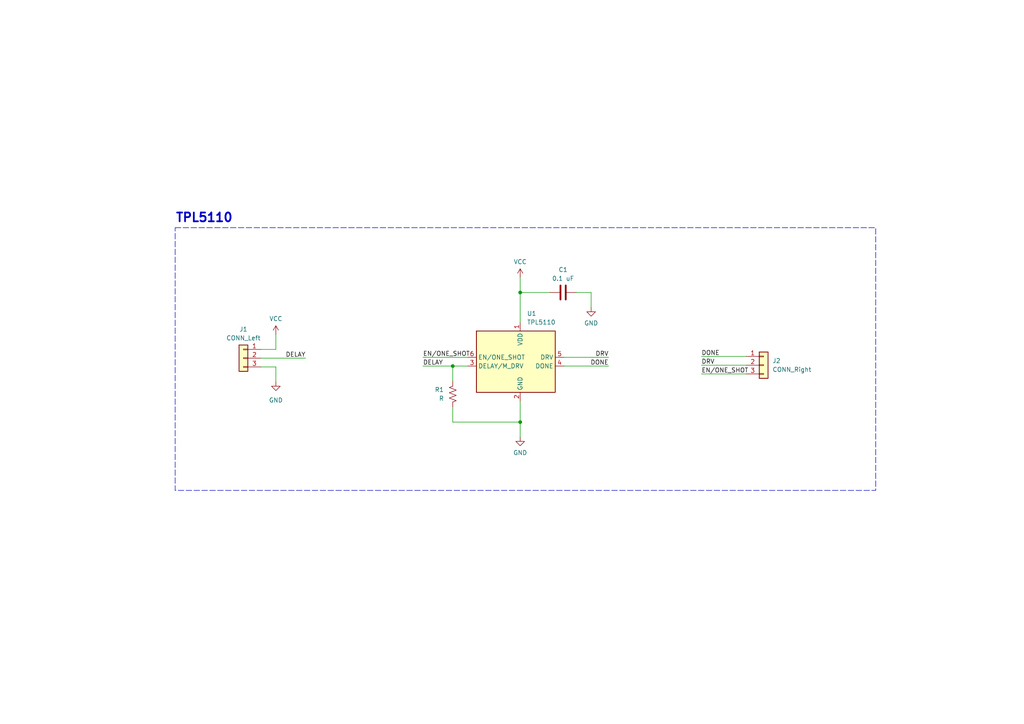
<source format=kicad_sch>
(kicad_sch (version 20230121) (generator eeschema)
  (paper "A4")
  (title_block (title "TP5110 Breakout Board") (date "2023-12-20") (rev "V1.0"))
  (lib_symbols
    (symbol "Connector_Generic:Conn_01x03" (pin_names (offset 1.016) hide)
      (property "Reference" "J" (at 0 5.08 0))
      (property "Value" "Conn_01x03" (at 0 -5.08 0))
      (symbol "Conn_01x03_1_1"
        (rectangle (start -1.27 -2.413) (end 0 -2.667) (stroke (width 0.1524)))
        (rectangle (start -1.27 0.127) (end 0 -0.127) (stroke (width 0.1524)))
        (rectangle (start -1.27 2.667) (end 0 2.413) (stroke (width 0.1524)))
        (rectangle (start -1.27 3.81) (end 1.27 -3.81) (stroke (width 0.254)) (fill (type background)))
        (pin passive line (at -5.08 2.54 0) (length 3.81) (name "Pin_1") (number "1"))
        (pin passive line (at -5.08 0 0) (length 3.81) (name "Pin_2") (number "2"))
        (pin passive line (at -5.08 -2.54 0) (length 3.81) (name "Pin_3") (number "3"))
      )
    )
    (symbol "Device:C" (pin_numbers hide) (pin_names (offset 0.254))
      (property "Reference" "C" (at 0.635 2.54 0))
      (property "Value" "C" (at 0.635 -2.54 0))
      (symbol "C_0_1"
        (polyline (pts (xy -2.032 -0.762) (xy 2.032 -0.762)) (stroke (width 0.508)))
        (polyline (pts (xy -2.032 0.762) (xy 2.032 0.762)) (stroke (width 0.508)))
      )
      (symbol "C_1_1"
        (pin passive line (at 0 3.81 270) (length 2.794) (name "~") (number "1"))
        (pin passive line (at 0 -3.81 90) (length 2.794) (name "~") (number "2"))
      )
    )
    (symbol "Device:R_US" (pin_numbers hide) (pin_names (offset 0))
      (property "Reference" "R" (at 2.54 0 90))
      (property "Value" "R_US" (at -2.54 0 90))
      (symbol "R_US_0_1"
        (polyline (pts (xy 0 -2.286) (xy 0 -2.54)))
        (polyline (pts (xy 0 2.286) (xy 0 2.54)))
        (polyline (pts (xy 0 -0.762) (xy 1.016 -1.143) (xy 0 -1.524) (xy -1.016 -1.905) (xy 0 -2.286)))
        (polyline (pts (xy 0 0.762) (xy 1.016 0.381) (xy 0 0) (xy -1.016 -0.381) (xy 0 -0.762)))
        (polyline (pts (xy 0 2.286) (xy 1.016 1.905) (xy 0 1.524) (xy -1.016 1.143) (xy 0 0.762)))
      )
      (symbol "R_US_1_1"
        (pin passive line (at 0 3.81 270) (length 1.27) (name "~") (number "1"))
        (pin passive line (at 0 -3.81 90) (length 1.27) (name "~") (number "2"))
      )
    )
    (symbol "Timer:TPL5110"
      (property "Reference" "U" (at -10.16 8.89 0))
      (property "Value" "TPL5110" (at 6.35 8.89 0))
      (symbol "TPL5110_0_1"
        (rectangle (start -12.7 7.62) (end 10.16 -10.16) (stroke (width 0.254)) (fill (type background)))
      )
      (symbol "TPL5110_1_1"
        (pin power_in line (at 0 10.16 270) (length 2.54) (name "VDD") (number "1"))
        (pin power_in line (at 0 -12.7 90) (length 2.54) (name "GND") (number "2"))
        (pin input line (at -15.24 -2.54 0) (length 2.54) (name "DELAY/M_DRV") (number "3"))
        (pin input line (at 12.7 -2.54 180) (length 2.54) (name "DONE") (number "4"))
        (pin output line (at 12.7 0 180) (length 2.54) (name "DRV") (number "5"))
        (pin input line (at -15.24 0 0) (length 2.54) (name "EN/ONE_SHOT") (number "6"))
      )
    )
    (symbol "power:GND" (power) (pin_names (offset 0))
      (property "Value" "GND" (at 0 -3.81 0))
      (symbol "GND_0_1"
        (polyline (pts (xy 0 0) (xy 0 -1.27) (xy 1.27 -1.27) (xy 0 -2.54) (xy -1.27 -1.27) (xy 0 -1.27)))
      )
      (symbol "GND_1_1"
        (pin power_in line (at 0 0 270) (length 0) hide (name "GND") (number "1"))
      )
    )
    (symbol "power:VCC" (power) (pin_names (offset 0))
      (property "Value" "VCC" (at 0 3.81 0))
      (symbol "VCC_0_1"
        (polyline (pts (xy -0.762 1.27) (xy 0 2.54)))
        (polyline (pts (xy 0 0) (xy 0 2.54)))
        (polyline (pts (xy 0 2.54) (xy 0.762 1.27)))
      )
      (symbol "VCC_1_1"
        (pin power_in line (at 0 0 90) (length 0) hide (name "VCC") (number "1"))
      )
    )
  )
  (junction (at 150.876 122.428))
  (junction (at 150.876 84.836))
  (junction (at 131.318 106.172))
  (wire (pts (xy 203.454 108.458) (xy 216.408 108.458)))
  (wire (pts (xy 122.682 106.172) (xy 131.318 106.172)))
  (wire (pts (xy 150.876 80.518) (xy 150.876 84.836)))
  (wire (pts (xy 216.408 105.918) (xy 203.454 105.918)))
  (wire (pts (xy 75.692 103.886) (xy 88.646 103.886)))
  (wire (pts (xy 80.01 101.346) (xy 80.01 97.028)))
  (wire (pts (xy 80.01 106.426) (xy 75.692 106.426)))
  (wire (pts (xy 163.576 103.632) (xy 176.53 103.632)))
  (wire (pts (xy 135.636 106.172) (xy 131.318 106.172)))
  (wire (pts (xy 171.45 89.154) (xy 171.45 84.836)))
  (wire (pts (xy 150.876 122.428) (xy 150.876 116.332)))
  (wire (pts (xy 80.01 106.426) (xy 80.01 110.744)))
  (wire (pts (xy 122.682 103.632) (xy 135.636 103.632)))
  (wire (pts (xy 163.576 106.172) (xy 176.53 106.172)))
  (wire (pts (xy 150.876 84.836) (xy 150.876 93.472)))
  (wire (pts (xy 216.408 103.378) (xy 203.454 103.378)))
  (wire (pts (xy 80.01 101.346) (xy 75.692 101.346)))
  (wire (pts (xy 171.45 84.836) (xy 167.132 84.836)))
  (wire (pts (xy 150.876 84.836) (xy 159.512 84.836)))
  (wire (pts (xy 131.318 122.428) (xy 131.318 118.11)))
  (wire (pts (xy 150.876 126.746) (xy 150.876 122.428)))
  (wire (pts (xy 131.318 122.428) (xy 150.876 122.428)))
  (wire (pts (xy 131.318 110.49) (xy 131.318 106.172)))
  (rectangle (start 50.8 66.04) (end 254 142.24) (stroke (width 0) (type dash)))
  (text "TPL5110" (at 50.8 64.77 0) (effects (font (size 2.54 2.54) (thickness 0.508) bold) (justify left bottom)))
  (label "DRV" (at 203.454 105.918 0))
  (label "DONE" (at 203.454 103.378 0))
  (label "EN{slash}ONE_SHOT" (at 203.454 108.458 0))
  (label "DELAY" (at 122.682 106.172 0))
  (label "DRV" (at 176.53 103.632 180))
  (label "DONE" (at 176.53 106.172 180))
  (label "EN{slash}ONE_SHOT" (at 122.682 103.632 0))
  (label "DELAY" (at 88.646 103.886 180))
  (symbol (lib_id "power:GND") (at 171.45 89.154 0) (unit 1)
    (property "Reference" "#PWR06" (effects hide))
    (property "Value" "GND" (at 171.45 93.726 0))
  )
  (symbol (lib_id "Device:R_US") (at 131.318 114.3 0) (mirror x) (unit 1)
    (property "Reference" "R1" (at 128.778 113.03 0) (effects (justify right)))
    (property "Value" "R" (at 128.778 115.57 0) (effects (justify right)))
    (property "Footprint" "Resistor_THT:R_Axial_DIN0204_L3.6mm_D1.6mm_P5.08mm_Horizontal" (effects hide))
  )
  (symbol (lib_id "power:GND") (at 150.876 126.746 0) (unit 1)
    (property "Reference" "#PWR03" (effects hide))
    (property "Value" "GND" (at 150.876 131.318 0))
  )
  (symbol (lib_id "Connector_Generic:Conn_01x03") (at 221.488 105.918 0) (unit 1)
    (property "Reference" "J2" (at 224.028 104.648 0) (effects (justify left)))
    (property "Value" "CONN_Right" (at 224.028 107.188 0) (effects (justify left)))
    (property "Footprint" "Connector_PinHeader_2.54mm:PinHeader_1x03_P2.54mm_Vertical" (effects hide))
  )
  (symbol (lib_id "power:GND") (at 80.01 110.744 0) (unit 1)
    (property "Reference" "#PWR04" (effects hide))
    (property "Value" "GND" (at 80.01 116.078 0))
  )
  (symbol (lib_id "Connector_Generic:Conn_01x03") (at 70.612 103.886 0) (mirror y) (unit 1)
    (property "Reference" "J1" (at 70.612 95.504 0))
    (property "Value" "CONN_Left" (at 70.612 98.044 0))
    (property "Footprint" "Connector_PinHeader_2.54mm:PinHeader_1x03_P2.54mm_Vertical" (effects hide))
  )
  (symbol (lib_id "Timer:TPL5110") (at 150.876 103.632 0) (unit 1)
    (property "Reference" "U1" (at 152.8319 90.932 0) (effects (justify left)))
    (property "Value" "TPL5110" (at 152.8319 93.472 0) (effects (justify left)))
    (property "Footprint" "Package_TO_SOT_SMD:SOT-23-6" (effects hide))
    (property "Datasheet" "http://www.ti.com/lit/ds/symlink/tpl5110.pdf" (effects hide))
    (property "LCSC" "C125830" (effects hide))
  )
  (symbol (lib_id "Device:C") (at 163.322 84.836 270) (unit 1)
    (property "Reference" "C1" (at 163.322 78.232 90))
    (property "Value" "0.1 uF" (at 163.322 80.772 90))
    (property "Footprint" "Capacitor_SMD:C_0603_1608Metric_Pad1.08x0.95mm_HandSolder" (effects hide))
    (property "LCSC" "C14663" (effects hide))
  )
  (symbol (lib_id "power:VCC") (at 150.876 80.518 0) (unit 1)
    (property "Reference" "#PWR01" (effects hide))
    (property "Value" "VCC" (at 150.876 75.946 0))
  )
  (symbol (lib_id "power:VCC") (at 80.01 97.028 0) (unit 1)
    (property "Reference" "#PWR02" (effects hide))
    (property "Value" "VCC" (at 80.01 92.456 0))
  )
)
</source>
